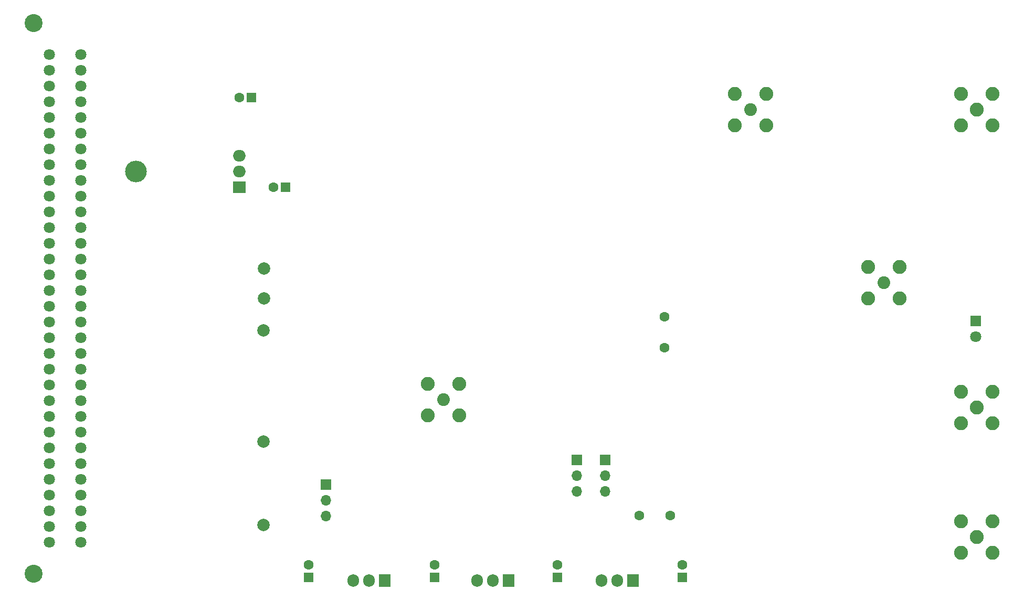
<source format=gbr>
G04 #@! TF.GenerationSoftware,KiCad,Pcbnew,(5.1.9)-1*
G04 #@! TF.CreationDate,2021-01-23T21:36:54+01:00*
G04 #@! TF.ProjectId,RF_frequency_modulator,52465f66-7265-4717-9565-6e63795f6d6f,1.2*
G04 #@! TF.SameCoordinates,Original*
G04 #@! TF.FileFunction,Soldermask,Bot*
G04 #@! TF.FilePolarity,Negative*
%FSLAX46Y46*%
G04 Gerber Fmt 4.6, Leading zero omitted, Abs format (unit mm)*
G04 Created by KiCad (PCBNEW (5.1.9)-1) date 2021-01-23 21:36:54*
%MOMM*%
%LPD*%
G01*
G04 APERTURE LIST*
%ADD10O,1.700000X1.700000*%
%ADD11R,1.700000X1.700000*%
%ADD12C,2.900000*%
%ADD13C,1.800000*%
%ADD14C,1.600000*%
%ADD15R,1.600000X1.600000*%
%ADD16R,1.800000X1.800000*%
%ADD17C,2.250000*%
%ADD18C,2.050000*%
%ADD19C,2.000000*%
%ADD20R,1.905000X2.000000*%
%ADD21O,1.905000X2.000000*%
%ADD22O,3.500000X3.500000*%
%ADD23R,2.000000X1.905000*%
%ADD24O,2.000000X1.905000*%
G04 APERTURE END LIST*
D10*
X175000000Y-126080000D03*
X175000000Y-123540000D03*
D11*
X175000000Y-121000000D03*
D12*
X82800000Y-139400000D03*
X82800000Y-50500000D03*
D13*
X90420000Y-55580000D03*
X90420000Y-58120000D03*
X90420000Y-60660000D03*
X90420000Y-63200000D03*
X90420000Y-65740000D03*
X90420000Y-68280000D03*
X90420000Y-70820000D03*
X90420000Y-73360000D03*
X90420000Y-75900000D03*
X90420000Y-78440000D03*
X90420000Y-80980000D03*
X90420000Y-83520000D03*
X90420000Y-86060000D03*
X90420000Y-88600000D03*
X90420000Y-91140000D03*
X90420000Y-93680000D03*
X90420000Y-96220000D03*
X90420000Y-98760000D03*
X90420000Y-101300000D03*
X90420000Y-103840000D03*
X90420000Y-106380000D03*
X90420000Y-108920000D03*
X90420000Y-111460000D03*
X90420000Y-114000000D03*
X90420000Y-116540000D03*
X90420000Y-119080000D03*
X90420000Y-121620000D03*
X90420000Y-124160000D03*
X90420000Y-129240000D03*
X90420000Y-126700000D03*
X90420000Y-131780000D03*
X90420000Y-134320000D03*
X85340000Y-55580000D03*
X85340000Y-58120000D03*
X85340000Y-60660000D03*
X85340000Y-63200000D03*
X85340000Y-65740000D03*
X85340000Y-68280000D03*
X85340000Y-70820000D03*
X85340000Y-73360000D03*
X85340000Y-75900000D03*
X85340000Y-78440000D03*
X85340000Y-80980000D03*
X85340000Y-83520000D03*
X85340000Y-86060000D03*
X85340000Y-88600000D03*
X85340000Y-91140000D03*
X85340000Y-93680000D03*
X85340000Y-96220000D03*
X85340000Y-98760000D03*
X85340000Y-101300000D03*
X85340000Y-103840000D03*
X85340000Y-106380000D03*
X85340000Y-108920000D03*
X85340000Y-111460000D03*
X85340000Y-114000000D03*
X85340000Y-116540000D03*
X85340000Y-119080000D03*
X85340000Y-121620000D03*
X85340000Y-124160000D03*
X85340000Y-129240000D03*
X85340000Y-126700000D03*
X85340000Y-131780000D03*
X85340000Y-134320000D03*
D14*
X184600000Y-102900000D03*
X184600000Y-97900000D03*
X180500000Y-130000000D03*
X185500000Y-130000000D03*
X187500000Y-138000000D03*
D15*
X187500000Y-140000000D03*
X167300000Y-140000000D03*
D14*
X167300000Y-138000000D03*
X147500000Y-138000000D03*
D15*
X147500000Y-140000000D03*
X127200000Y-140000000D03*
D14*
X127200000Y-138000000D03*
X121500000Y-77000000D03*
D15*
X123500000Y-77000000D03*
X118000000Y-62500000D03*
D14*
X116000000Y-62500000D03*
D16*
X234800000Y-98600000D03*
D13*
X234800000Y-101140000D03*
D11*
X130000000Y-125000000D03*
D10*
X130000000Y-127540000D03*
X130000000Y-130080000D03*
D17*
X146460000Y-113840000D03*
X146460000Y-108760000D03*
X151540000Y-108760000D03*
X151540000Y-113840000D03*
D18*
X149000000Y-111300000D03*
D17*
X217460000Y-94940000D03*
X217460000Y-89860000D03*
X222540000Y-89860000D03*
X222540000Y-94940000D03*
D18*
X220000000Y-92400000D03*
X198500000Y-64500000D03*
D17*
X201040000Y-67040000D03*
X201040000Y-61960000D03*
X195960000Y-61960000D03*
X195960000Y-67040000D03*
D11*
X170500000Y-121000000D03*
D10*
X170500000Y-123540000D03*
X170500000Y-126080000D03*
D19*
X119900000Y-100100000D03*
X120000000Y-95000000D03*
X120000000Y-90100000D03*
X119900000Y-118100000D03*
X119900000Y-131500000D03*
D20*
X179500000Y-140500000D03*
D21*
X176960000Y-140500000D03*
X174420000Y-140500000D03*
X154420000Y-140500000D03*
X156960000Y-140500000D03*
D20*
X159500000Y-140500000D03*
X139500000Y-140500000D03*
D21*
X136960000Y-140500000D03*
X134420000Y-140500000D03*
D22*
X99340000Y-74460000D03*
D23*
X116000000Y-77000000D03*
D24*
X116000000Y-74460000D03*
X116000000Y-71920000D03*
D17*
X232460000Y-110060000D03*
X237540000Y-110060000D03*
X237540000Y-115140000D03*
X232460000Y-115140000D03*
X235000000Y-112600000D03*
X232460000Y-130960000D03*
X237540000Y-130960000D03*
X237540000Y-136040000D03*
X232460000Y-136040000D03*
X235000000Y-133500000D03*
X235000000Y-64500000D03*
X232460000Y-67040000D03*
X237540000Y-67040000D03*
X237540000Y-61960000D03*
X232460000Y-61960000D03*
M02*

</source>
